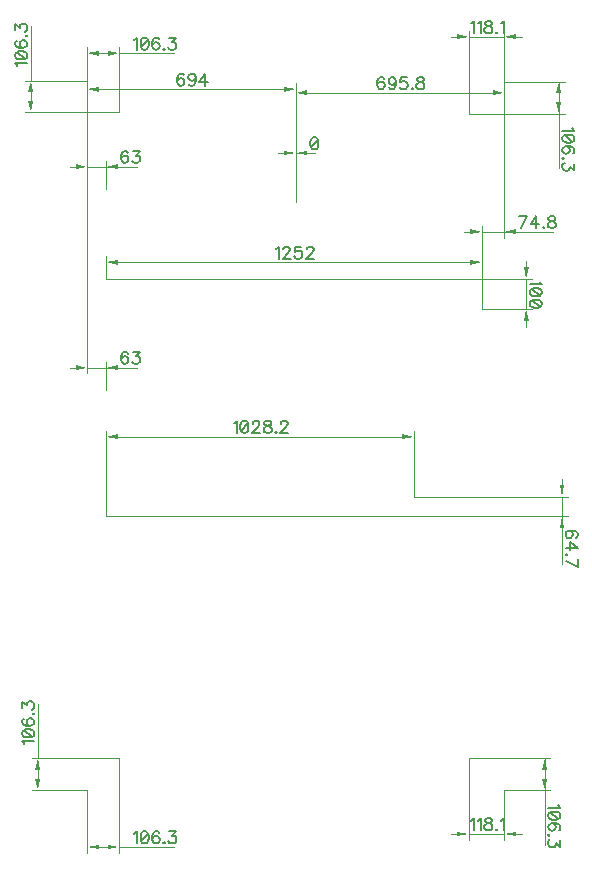
<source format=gbr>
G04 DipTrace 3.0.0.1*
G04 TopDimension.gbr*
%MOIN*%
G04 #@! TF.FileFunction,Drawing,Top*
G04 #@! TF.Part,Single*
%ADD13C,0.0015*%
%ADD89C,0.006176*%
%FSLAX26Y26*%
G04*
G70*
G90*
G75*
G01*
G04 TopDimension*
%LPD*%
X454987Y1307874D2*
D13*
X1995013D1*
X1483202Y1372572D2*
X1995013D1*
X1975328D2*
Y1307874D1*
Y1431628D2*
Y1411942D1*
G36*
Y1372572D2*
X1967454Y1411942D1*
X1983202D1*
X1975328Y1372572D1*
G37*
Y1248819D2*
D13*
Y1268504D1*
G36*
Y1307874D2*
X1983202Y1268504D1*
X1967454D1*
X1975328Y1307874D1*
G37*
Y1147263D2*
D13*
Y1372572D1*
X454987Y1307874D2*
Y1592520D1*
X1483202Y1372572D2*
Y1592520D1*
X969095Y1572835D2*
X494357D1*
G36*
X454987D2*
X494357Y1580709D1*
Y1564961D1*
X454987Y1572835D1*
G37*
X969095D2*
D13*
X1443832D1*
G36*
X1483202D2*
X1443832Y1564961D1*
Y1580709D1*
X1483202Y1572835D1*
G37*
X1087677Y2354725D2*
D13*
Y2738452D1*
X1783465Y2755906D2*
Y2699082D1*
X1435571Y2718767D2*
X1127047D1*
G36*
X1087677D2*
X1127047Y2726641D1*
Y2710893D1*
X1087677Y2718767D1*
G37*
X1435571D2*
D13*
X1744095D1*
G36*
X1783465D2*
X1744095Y2710893D1*
Y2726641D1*
X1783465Y2718767D1*
G37*
X1087677Y2354725D2*
D13*
Y2750394D1*
X393701Y2755906D2*
Y2711024D1*
X740689Y2730709D2*
X1048307D1*
G36*
X1087677D2*
X1048307Y2722835D1*
Y2738583D1*
X1087677Y2730709D1*
G37*
X740689D2*
D13*
X433071D1*
G36*
X393701D2*
X433071Y2738583D1*
Y2722835D1*
X393701Y2730709D1*
G37*
X1087677Y2655381D2*
D13*
Y2498425D1*
Y2354725D2*
Y2537795D1*
Y2518110D2*
D3*
X1028622D2*
X1048307D1*
G36*
X1087677D2*
X1048307Y2510236D1*
Y2525984D1*
X1087677Y2518110D1*
G37*
X1146732D2*
D13*
X1127047D1*
G36*
X1087677D2*
X1127047Y2525984D1*
Y2510236D1*
X1087677Y2518110D1*
G37*
X1153842D2*
D13*
X1087677D1*
X500000Y2653544D2*
Y2870079D1*
X393701Y2755906D2*
Y2870079D1*
X446851Y2850394D2*
X460630D1*
G36*
X500000D2*
X460630Y2842520D1*
Y2858268D1*
X500000Y2850394D1*
G37*
X446851D2*
D13*
X433071D1*
G36*
X393701D2*
X433071Y2858268D1*
Y2842520D1*
X393701Y2850394D1*
G37*
X680656D2*
D13*
X500000D1*
X1665355Y2649607D2*
Y2925197D1*
X1783465Y2755906D2*
Y2925197D1*
X1665355Y2905512D2*
X1783465D1*
X1606299D2*
X1625984D1*
G36*
X1665355D2*
X1625984Y2897638D1*
Y2913386D1*
X1665355Y2905512D1*
G37*
X1842520D2*
D13*
X1822835D1*
G36*
X1783465D2*
X1822835Y2913386D1*
Y2897638D1*
X1783465Y2905512D1*
G37*
X1665355Y500000D2*
D13*
Y228347D1*
X1783465Y393701D2*
Y228347D1*
X1665355Y248032D2*
X1783465D1*
X1606299D2*
X1625984D1*
G36*
X1665355D2*
X1625984Y240158D1*
Y255906D1*
X1665355Y248032D1*
G37*
X1842520D2*
D13*
X1822835D1*
G36*
X1783465D2*
X1822835Y255906D1*
Y240158D1*
X1783465Y248032D1*
G37*
X500000Y500000D2*
D13*
Y185040D1*
X393701Y393701D2*
Y185040D1*
X446851Y204725D2*
X460630D1*
G36*
X500000D2*
X460630Y196851D1*
Y212599D1*
X500000Y204725D1*
G37*
X446851D2*
D13*
X433071D1*
G36*
X393701D2*
X433071Y212599D1*
Y196851D1*
X393701Y204725D1*
G37*
X680656D2*
D13*
X500000D1*
Y500000D2*
X208662D1*
X393701Y393701D2*
X208662D1*
X228347Y446851D2*
Y460630D1*
G36*
Y500000D2*
X236221Y460630D1*
X220473D1*
X228347Y500000D1*
G37*
Y446851D2*
D13*
Y433071D1*
G36*
Y393701D2*
X220473Y433071D1*
X236221D1*
X228347Y393701D1*
G37*
Y680656D2*
D13*
Y500000D1*
X1665355D2*
X1937008D1*
X1783465Y393701D2*
X1937008D1*
X1917323Y446851D2*
Y460630D1*
G36*
Y500000D2*
X1925197Y460630D1*
X1909449D1*
X1917323Y500000D1*
G37*
Y446851D2*
D13*
Y433071D1*
G36*
Y393701D2*
X1909449Y433071D1*
X1925197D1*
X1917323Y393701D1*
G37*
Y213045D2*
D13*
Y500000D1*
X1665355Y2649607D2*
X1984252D1*
X1783465Y2755906D2*
X1984252D1*
X1964567Y2702756D2*
Y2688977D1*
G36*
Y2649607D2*
X1956693Y2688977D1*
X1972441D1*
X1964567Y2649607D1*
G37*
Y2702756D2*
D13*
Y2716536D1*
G36*
Y2755906D2*
X1972441Y2716536D1*
X1956693D1*
X1964567Y2755906D1*
G37*
Y2468951D2*
D13*
Y2755906D1*
X500000Y2653544D2*
X185040D1*
X393701Y2759843D2*
X185040D1*
X204725Y2706693D2*
Y2692914D1*
G36*
Y2653544D2*
X196851Y2692914D1*
X212599D1*
X204725Y2653544D1*
G37*
Y2706693D2*
D13*
Y2720473D1*
G36*
Y2759843D2*
X212599Y2720473D1*
X196851D1*
X204725Y2759843D1*
G37*
Y2940498D2*
D13*
Y2759843D1*
X1708662Y1998819D2*
Y2275591D1*
X1783465Y2755906D2*
Y2236221D1*
X1708662Y2255906D2*
X1783465D1*
X1649607D2*
X1669292D1*
G36*
X1708662D2*
X1669292Y2248032D1*
Y2263780D1*
X1708662Y2255906D1*
G37*
X1842520D2*
D13*
X1822835D1*
G36*
X1783465D2*
X1822835Y2263780D1*
Y2248032D1*
X1783465Y2255906D1*
G37*
X1945977D2*
D13*
X1783465D1*
X456693Y2398819D2*
Y2492126D1*
X393701Y2755906D2*
Y2452756D1*
Y2472441D2*
X456693D1*
X334646D2*
X354331D1*
G36*
X393701D2*
X354331Y2464567D1*
Y2480315D1*
X393701Y2472441D1*
G37*
X515748D2*
D13*
X496063D1*
G36*
X456693D2*
X496063Y2480315D1*
Y2464567D1*
X456693Y2472441D1*
G37*
X560058D2*
D13*
X456693D1*
Y1728347D2*
Y1822835D1*
X393701Y2755906D2*
Y1783465D1*
Y1803150D2*
X456693D1*
X334646D2*
X354331D1*
G36*
X393701D2*
X354331Y1795276D1*
Y1811024D1*
X393701Y1803150D1*
G37*
X515748D2*
D13*
X496063D1*
G36*
X456693D2*
X496063Y1811024D1*
Y1795276D1*
X456693Y1803150D1*
G37*
X560058D2*
D13*
X456693D1*
X1708662Y1998819D2*
X1875984D1*
X456693Y2098819D2*
X1875984D1*
X1856299D2*
Y1998819D1*
Y2157874D2*
Y2138189D1*
G36*
Y2098819D2*
X1848425Y2138189D1*
X1864173D1*
X1856299Y2098819D1*
G37*
Y1939764D2*
D13*
Y1959449D1*
G36*
Y1998819D2*
X1864173Y1959449D1*
X1848425D1*
X1856299Y1998819D1*
G37*
X1708662D2*
D13*
Y2173622D1*
X456693Y2098819D2*
Y2173622D1*
X1082677Y2153937D2*
X1669292D1*
G36*
X1708662D2*
X1669292Y2146063D1*
Y2161811D1*
X1708662Y2153937D1*
G37*
X1082677D2*
D13*
X496063D1*
G36*
X456693D2*
X496063Y2161811D1*
Y2146063D1*
X456693Y2153937D1*
G37*
X2021983Y1236293D2*
D89*
X2025786Y1238194D1*
X2027687Y1243942D1*
Y1247745D1*
X2025786Y1253493D1*
X2020038Y1257339D1*
X2010487Y1259241D1*
X2000936D1*
X1993287Y1257339D1*
X1989440Y1253493D1*
X1987539Y1247745D1*
Y1245843D1*
X1989440Y1240139D1*
X1993287Y1236293D1*
X1999035Y1234391D1*
X2000936D1*
X2006684Y1236293D1*
X2010487Y1240139D1*
X2012388Y1245843D1*
Y1247745D1*
X2010487Y1253493D1*
X2006684Y1257339D1*
X2000936Y1259241D1*
X1987539Y1202895D2*
X2027687D1*
X2000936Y1222040D1*
Y1193344D1*
X1991386Y1179091D2*
X1989440Y1180993D1*
X1987539Y1179091D1*
X1989440Y1177146D1*
X1991386Y1179091D1*
X1987539Y1157145D2*
X2027687Y1138000D1*
Y1164795D1*
X881016Y1617544D2*
X884863Y1619490D1*
X890611Y1625193D1*
Y1585046D1*
X914458Y1625193D2*
X908710Y1623292D1*
X904864Y1617544D1*
X902962Y1607994D1*
Y1602245D1*
X904864Y1592695D1*
X908710Y1586947D1*
X914458Y1585046D1*
X918261D1*
X924009Y1586947D1*
X927811Y1592695D1*
X929757Y1602245D1*
Y1607994D1*
X927811Y1617544D1*
X924009Y1623292D1*
X918261Y1625193D1*
X914458D1*
X927811Y1617544D2*
X904864Y1592695D1*
X944054Y1615643D2*
Y1617544D1*
X945955Y1621391D1*
X947856Y1623292D1*
X951703Y1625193D1*
X959352D1*
X963155Y1623292D1*
X965056Y1621391D1*
X967002Y1617544D1*
Y1613742D1*
X965056Y1609895D1*
X961254Y1604191D1*
X942108Y1585046D1*
X968903D1*
X990805Y1625193D2*
X985101Y1623292D1*
X983156Y1619490D1*
Y1615643D1*
X985101Y1611840D1*
X988904Y1609895D1*
X996553Y1607994D1*
X1002301Y1606092D1*
X1006104Y1602245D1*
X1008005Y1598443D1*
Y1592695D1*
X1006104Y1588892D1*
X1004202Y1586947D1*
X998454Y1585046D1*
X990805D1*
X985101Y1586947D1*
X983156Y1588892D1*
X981254Y1592695D1*
Y1598443D1*
X983156Y1602245D1*
X987002Y1606092D1*
X992706Y1607994D1*
X1000356Y1609895D1*
X1004202Y1611840D1*
X1006104Y1615643D1*
Y1619490D1*
X1004202Y1623292D1*
X998454Y1625193D1*
X990805D1*
X1022257Y1588892D2*
X1020356Y1586947D1*
X1022257Y1585046D1*
X1024203Y1586947D1*
X1022257Y1588892D1*
X1038500Y1615643D2*
Y1617544D1*
X1040401Y1621391D1*
X1042302Y1623292D1*
X1046149Y1625193D1*
X1053798D1*
X1057601Y1623292D1*
X1059502Y1621391D1*
X1061448Y1617544D1*
Y1613742D1*
X1059502Y1609895D1*
X1055700Y1604191D1*
X1036554Y1585046D1*
X1063349D1*
X1383337Y2765421D2*
X1381436Y2769224D1*
X1375688Y2771125D1*
X1371885D1*
X1366137Y2769224D1*
X1362290Y2763476D1*
X1360389Y2753925D1*
Y2744375D1*
X1362290Y2736725D1*
X1366137Y2732879D1*
X1371885Y2730977D1*
X1373786D1*
X1379490Y2732879D1*
X1383337Y2736725D1*
X1385238Y2742473D1*
Y2744375D1*
X1383337Y2750123D1*
X1379490Y2753925D1*
X1373786Y2755827D1*
X1371885D1*
X1366137Y2753925D1*
X1362290Y2750123D1*
X1360389Y2744375D1*
X1422483Y2757772D2*
X1420537Y2752024D1*
X1416735Y2748177D1*
X1410987Y2746276D1*
X1409086D1*
X1403338Y2748177D1*
X1399535Y2752024D1*
X1397589Y2757772D1*
Y2759673D1*
X1399535Y2765421D1*
X1403338Y2769224D1*
X1409086Y2771125D1*
X1410987D1*
X1416735Y2769224D1*
X1420537Y2765421D1*
X1422483Y2757772D1*
Y2748177D1*
X1420537Y2738627D1*
X1416735Y2732879D1*
X1410987Y2730977D1*
X1407184D1*
X1401436Y2732879D1*
X1399535Y2736725D1*
X1457782Y2771125D2*
X1438681D1*
X1436780Y2753925D1*
X1438681Y2755827D1*
X1444429Y2757772D1*
X1450133D1*
X1455881Y2755827D1*
X1459728Y2752024D1*
X1461629Y2746276D1*
Y2742473D1*
X1459728Y2736725D1*
X1455881Y2732879D1*
X1450133Y2730977D1*
X1444429D1*
X1438681Y2732879D1*
X1436780Y2734824D1*
X1434834Y2738627D1*
X1475882Y2734824D2*
X1473980Y2732879D1*
X1475882Y2730977D1*
X1477827Y2732879D1*
X1475882Y2734824D1*
X1499729Y2771125D2*
X1494025Y2769224D1*
X1492080Y2765421D1*
Y2761575D1*
X1494025Y2757772D1*
X1497828Y2755827D1*
X1505477Y2753925D1*
X1511225Y2752024D1*
X1515028Y2748177D1*
X1516929Y2744375D1*
Y2738627D1*
X1515028Y2734824D1*
X1513126Y2732879D1*
X1507378Y2730977D1*
X1499729D1*
X1494025Y2732879D1*
X1492080Y2734824D1*
X1490179Y2738627D1*
Y2744375D1*
X1492080Y2748177D1*
X1495927Y2752024D1*
X1501630Y2753925D1*
X1509280Y2755827D1*
X1513126Y2757772D1*
X1515028Y2761575D1*
Y2765421D1*
X1513126Y2769224D1*
X1507378Y2771125D1*
X1499729D1*
X715154Y2777364D2*
X713253Y2781166D1*
X707505Y2783067D1*
X703702D1*
X697954Y2781166D1*
X694108Y2775418D1*
X692206Y2765868D1*
Y2756317D1*
X694108Y2748668D1*
X697954Y2744821D1*
X703702Y2742920D1*
X705604D1*
X711308Y2744821D1*
X715154Y2748668D1*
X717056Y2754416D1*
Y2756317D1*
X715154Y2762065D1*
X711308Y2765868D1*
X705604Y2767769D1*
X703702D1*
X697954Y2765868D1*
X694108Y2762065D1*
X692206Y2756317D1*
X754300Y2769714D2*
X752355Y2763966D1*
X748552Y2760120D1*
X742804Y2758218D1*
X740903D1*
X735155Y2760120D1*
X731352Y2763966D1*
X729407Y2769714D1*
Y2771616D1*
X731352Y2777364D1*
X735155Y2781166D1*
X740903Y2783067D1*
X742804D1*
X748552Y2781166D1*
X752355Y2777364D1*
X754300Y2769714D1*
Y2760120D1*
X752355Y2750569D1*
X748552Y2744821D1*
X742804Y2742920D1*
X739002D1*
X733254Y2744821D1*
X731352Y2748668D1*
X785797Y2742920D2*
Y2783067D1*
X766652Y2756317D1*
X795348D1*
X1147807Y2570469D2*
X1142059Y2568568D1*
X1138212Y2562820D1*
X1136311Y2553269D1*
Y2547521D1*
X1138212Y2537971D1*
X1142059Y2532222D1*
X1147807Y2530321D1*
X1151610D1*
X1157358Y2532222D1*
X1161160Y2537971D1*
X1163106Y2547521D1*
Y2553269D1*
X1161160Y2562820D1*
X1157358Y2568568D1*
X1151610Y2570469D1*
X1147807D1*
X1161160Y2562820D2*
X1138212Y2537971D1*
X548634Y2895103D2*
X552481Y2897049D1*
X558229Y2902752D1*
Y2862605D1*
X582076Y2902752D2*
X576328Y2900851D1*
X572481Y2895103D1*
X570580Y2885553D1*
Y2879805D1*
X572481Y2870254D1*
X576328Y2864506D1*
X582076Y2862605D1*
X585879D1*
X591627Y2864506D1*
X595429Y2870254D1*
X597375Y2879805D1*
Y2885553D1*
X595429Y2895103D1*
X591627Y2900851D1*
X585879Y2902752D1*
X582076D1*
X595429Y2895103D2*
X572481Y2870254D1*
X632674Y2897049D2*
X630773Y2900851D1*
X625025Y2902752D1*
X621222D1*
X615474Y2900851D1*
X611627Y2895103D1*
X609726Y2885553D1*
Y2876002D1*
X611627Y2868353D1*
X615474Y2864506D1*
X621222Y2862605D1*
X623123D1*
X628827Y2864506D1*
X632674Y2868353D1*
X634575Y2874101D1*
Y2876002D1*
X632674Y2881750D1*
X628827Y2885553D1*
X623123Y2887454D1*
X621222D1*
X615474Y2885553D1*
X611627Y2881750D1*
X609726Y2876002D1*
X648828Y2866451D2*
X646927Y2864506D1*
X648828Y2862605D1*
X650773Y2864506D1*
X648828Y2866451D1*
X666972Y2902752D2*
X687974D1*
X676522Y2887454D1*
X682270D1*
X686073Y2885553D1*
X687974Y2883651D1*
X689920Y2877903D1*
Y2874101D1*
X687974Y2868353D1*
X684171Y2864506D1*
X678423Y2862605D1*
X672675D1*
X666972Y2864506D1*
X665070Y2866451D1*
X663125Y2870254D1*
X1673104Y2950221D2*
X1676951Y2952167D1*
X1682699Y2957871D1*
Y2917723D1*
X1695050Y2950221D2*
X1698897Y2952167D1*
X1704645Y2957871D1*
Y2917723D1*
X1726547Y2957871D2*
X1720843Y2955969D1*
X1718898Y2952167D1*
Y2948320D1*
X1720843Y2944517D1*
X1724646Y2942572D1*
X1732295Y2940671D1*
X1738043Y2938769D1*
X1741845Y2934923D1*
X1743747Y2931120D1*
Y2925372D1*
X1741845Y2921570D1*
X1739944Y2919624D1*
X1734196Y2917723D1*
X1726547D1*
X1720843Y2919624D1*
X1718898Y2921570D1*
X1716996Y2925372D1*
Y2931120D1*
X1718898Y2934923D1*
X1722744Y2938769D1*
X1728448Y2940671D1*
X1736097Y2942572D1*
X1739944Y2944517D1*
X1741845Y2948320D1*
Y2952167D1*
X1739944Y2955969D1*
X1734196Y2957871D1*
X1726547D1*
X1757999Y2921570D2*
X1756098Y2919624D1*
X1757999Y2917723D1*
X1759945Y2919624D1*
X1757999Y2921570D1*
X1772296Y2950221D2*
X1776143Y2952167D1*
X1781891Y2957871D1*
Y2917723D1*
X1673104Y292741D2*
X1676951Y294686D1*
X1682699Y300390D1*
Y260242D1*
X1695050Y292741D2*
X1698897Y294686D1*
X1704645Y300390D1*
Y260242D1*
X1726547Y300390D2*
X1720843Y298489D1*
X1718898Y294686D1*
Y290840D1*
X1720843Y287037D1*
X1724646Y285092D1*
X1732295Y283190D1*
X1738043Y281289D1*
X1741845Y277442D1*
X1743747Y273640D1*
Y267892D1*
X1741845Y264089D1*
X1739944Y262144D1*
X1734196Y260242D1*
X1726547D1*
X1720843Y262144D1*
X1718898Y264089D1*
X1716996Y267892D1*
Y273640D1*
X1718898Y277442D1*
X1722744Y281289D1*
X1728448Y283190D1*
X1736097Y285092D1*
X1739944Y287037D1*
X1741845Y290840D1*
Y294686D1*
X1739944Y298489D1*
X1734196Y300390D1*
X1726547D1*
X1757999Y264089D2*
X1756098Y262144D1*
X1757999Y260242D1*
X1759945Y262144D1*
X1757999Y264089D1*
X1772296Y292741D2*
X1776143Y294686D1*
X1781891Y300390D1*
Y260242D1*
X548634Y249434D2*
X552481Y251379D1*
X558229Y257083D1*
Y216935D1*
X582076Y257083D2*
X576328Y255182D1*
X572481Y249434D1*
X570580Y239883D1*
Y234135D1*
X572481Y224585D1*
X576328Y218837D1*
X582076Y216935D1*
X585879D1*
X591627Y218837D1*
X595429Y224585D1*
X597375Y234135D1*
Y239883D1*
X595429Y249434D1*
X591627Y255182D1*
X585879Y257083D1*
X582076D1*
X595429Y249434D2*
X572481Y224585D1*
X632674Y251379D2*
X630773Y255182D1*
X625025Y257083D1*
X621222D1*
X615474Y255182D1*
X611627Y249434D1*
X609726Y239883D1*
Y230333D1*
X611627Y222683D1*
X615474Y218837D1*
X621222Y216935D1*
X623123D1*
X628827Y218837D1*
X632674Y222683D1*
X634575Y228431D1*
Y230333D1*
X632674Y236081D1*
X628827Y239883D1*
X623123Y241785D1*
X621222D1*
X615474Y239883D1*
X611627Y236081D1*
X609726Y230333D1*
X648828Y220782D2*
X646927Y218837D1*
X648828Y216935D1*
X650773Y218837D1*
X648828Y220782D1*
X666972Y257083D2*
X687974D1*
X676522Y241785D1*
X682270D1*
X686073Y239883D1*
X687974Y237982D1*
X689920Y232234D1*
Y228431D1*
X687974Y222683D1*
X684171Y218837D1*
X678423Y216935D1*
X672675D1*
X666972Y218837D1*
X665070Y220782D1*
X663125Y224585D1*
X183637Y548634D2*
X181692Y552481D1*
X175988Y558229D1*
X216136D1*
X175988Y582076D2*
X177889Y576328D1*
X183637Y572481D1*
X193188Y570580D1*
X198936D1*
X208487Y572481D1*
X214235Y576328D1*
X216136Y582076D1*
Y585879D1*
X214235Y591627D1*
X208487Y595429D1*
X198936Y597375D1*
X193188D1*
X183637Y595429D1*
X177889Y591627D1*
X175988Y585879D1*
Y582076D1*
X183637Y595429D2*
X208487Y572481D1*
X181692Y632674D2*
X177889Y630773D1*
X175988Y625025D1*
Y621222D1*
X177889Y615474D1*
X183637Y611627D1*
X193188Y609726D1*
X202739D1*
X210388Y611627D1*
X214235Y615474D1*
X216136Y621222D1*
Y623123D1*
X214235Y628827D1*
X210388Y632674D1*
X204640Y634575D1*
X202739D1*
X196991Y632674D1*
X193188Y628827D1*
X191287Y623123D1*
Y621222D1*
X193188Y615474D1*
X196991Y611627D1*
X202739Y609726D1*
X212289Y648828D2*
X214235Y646927D1*
X216136Y648828D1*
X214235Y650773D1*
X212289Y648828D1*
X175988Y666972D2*
Y687974D1*
X191287Y676522D1*
Y682270D1*
X193188Y686073D1*
X195089Y687974D1*
X200837Y689920D1*
X204640D1*
X210388Y687974D1*
X214235Y684171D1*
X216136Y678423D1*
Y672675D1*
X214235Y666972D1*
X212289Y665070D1*
X208487Y663125D1*
X1962032Y345067D2*
X1963978Y341221D1*
X1969682Y335473D1*
X1929534D1*
X1969682Y311625D2*
X1967780Y317373D1*
X1962032Y321220D1*
X1952482Y323121D1*
X1946734D1*
X1937183Y321220D1*
X1931435Y317373D1*
X1929534Y311625D1*
Y307823D1*
X1931435Y302075D1*
X1937183Y298272D1*
X1946734Y296327D1*
X1952482D1*
X1962032Y298272D1*
X1967780Y302075D1*
X1969682Y307823D1*
Y311625D1*
X1962032Y298272D2*
X1937183Y321220D1*
X1963978Y261027D2*
X1967780Y262928D1*
X1969682Y268677D1*
Y272479D1*
X1967780Y278227D1*
X1962032Y282074D1*
X1952482Y283975D1*
X1942931D1*
X1935282Y282074D1*
X1931435Y278227D1*
X1929534Y272479D1*
Y270578D1*
X1931435Y264874D1*
X1935282Y261027D1*
X1941030Y259126D1*
X1942931D1*
X1948679Y261027D1*
X1952482Y264874D1*
X1954383Y270578D1*
Y272479D1*
X1952482Y278227D1*
X1948679Y282074D1*
X1942931Y283975D1*
X1933381Y244873D2*
X1931435Y246775D1*
X1929534Y244873D1*
X1931435Y242928D1*
X1933381Y244873D1*
X1969682Y226730D2*
Y205727D1*
X1954383Y217179D1*
Y211431D1*
X1952482Y207628D1*
X1950580Y205727D1*
X1944832Y203782D1*
X1941030D1*
X1935282Y205727D1*
X1931435Y209530D1*
X1929534Y215278D1*
Y221026D1*
X1931435Y226730D1*
X1933381Y228631D1*
X1937183Y230576D1*
X2009276Y2600973D2*
X2011222Y2597126D1*
X2016926Y2591378D1*
X1976778D1*
X2016926Y2567531D2*
X2015024Y2573279D1*
X2009276Y2577125D1*
X1999726Y2579027D1*
X1993978D1*
X1984427Y2577125D1*
X1978679Y2573279D1*
X1976778Y2567531D1*
Y2563728D1*
X1978679Y2557980D1*
X1984427Y2554178D1*
X1993978Y2552232D1*
X1999726D1*
X2009276Y2554178D1*
X2015024Y2557980D1*
X2016926Y2563728D1*
Y2567531D1*
X2009276Y2554178D2*
X1984427Y2577125D1*
X2011222Y2516933D2*
X2015024Y2518834D1*
X2016926Y2524582D1*
Y2528385D1*
X2015024Y2534133D1*
X2009276Y2537979D1*
X1999726Y2539881D1*
X1990175D1*
X1982526Y2537979D1*
X1978679Y2534133D1*
X1976778Y2528385D1*
Y2526483D1*
X1978679Y2520779D1*
X1982526Y2516933D1*
X1988274Y2515031D1*
X1990175D1*
X1995923Y2516933D1*
X1999726Y2520779D1*
X2001627Y2526483D1*
Y2528385D1*
X1999726Y2534133D1*
X1995923Y2537979D1*
X1990175Y2539881D1*
X1980625Y2500779D2*
X1978679Y2502680D1*
X1976778Y2500779D1*
X1978679Y2498833D1*
X1980625Y2500779D1*
X2016926Y2482635D2*
Y2461633D1*
X2001627Y2473085D1*
Y2467337D1*
X1999726Y2463534D1*
X1997825Y2461633D1*
X1992077Y2459687D1*
X1988274D1*
X1982526Y2461633D1*
X1978679Y2465435D1*
X1976778Y2471183D1*
Y2476931D1*
X1978679Y2482635D1*
X1980625Y2484536D1*
X1984427Y2486482D1*
X160015Y2808476D2*
X158070Y2812323D1*
X152366Y2818071D1*
X192514D1*
X152366Y2841919D2*
X154267Y2836171D1*
X160015Y2832324D1*
X169566Y2830423D1*
X175314D1*
X184865Y2832324D1*
X190613Y2836171D1*
X192514Y2841919D1*
Y2845721D1*
X190613Y2851469D1*
X184865Y2855272D1*
X175314Y2857217D1*
X169566D1*
X160015Y2855272D1*
X154267Y2851469D1*
X152366Y2845721D1*
Y2841919D1*
X160015Y2855272D2*
X184865Y2832324D1*
X158070Y2892517D2*
X154267Y2890615D1*
X152366Y2884867D1*
Y2881065D1*
X154267Y2875317D1*
X160015Y2871470D1*
X169566Y2869569D1*
X179117D1*
X186766Y2871470D1*
X190613Y2875317D1*
X192514Y2881065D1*
Y2882966D1*
X190613Y2888670D1*
X186766Y2892517D1*
X181018Y2894418D1*
X179117D1*
X173368Y2892517D1*
X169566Y2888670D1*
X167665Y2882966D1*
Y2881065D1*
X169566Y2875317D1*
X173368Y2871470D1*
X179117Y2869569D1*
X188667Y2908670D2*
X190613Y2906769D1*
X192514Y2908670D1*
X190613Y2910616D1*
X188667Y2908670D1*
X152366Y2926814D2*
Y2947817D1*
X167665Y2936365D1*
Y2942113D1*
X169566Y2945915D1*
X171467Y2947817D1*
X177215Y2949762D1*
X181018D1*
X186766Y2947817D1*
X190613Y2944014D1*
X192514Y2938266D1*
Y2932518D1*
X190613Y2926814D1*
X188667Y2924913D1*
X184865Y2922967D1*
X1839748Y2268116D2*
X1858893Y2308264D1*
X1832098D1*
X1890390Y2268116D2*
Y2308264D1*
X1871244Y2281514D1*
X1899940D1*
X1914193Y2271963D2*
X1912292Y2270018D1*
X1914193Y2268116D1*
X1916139Y2270018D1*
X1914193Y2271963D1*
X1938041Y2308264D2*
X1932337Y2306363D1*
X1930391Y2302560D1*
Y2298714D1*
X1932337Y2294911D1*
X1936139Y2292966D1*
X1943789Y2291064D1*
X1949537Y2289163D1*
X1953339Y2285316D1*
X1955240Y2281514D1*
Y2275766D1*
X1953339Y2271963D1*
X1951438Y2270018D1*
X1945690Y2268116D1*
X1938041D1*
X1932337Y2270018D1*
X1930391Y2271963D1*
X1928490Y2275766D1*
Y2281514D1*
X1930391Y2285316D1*
X1934238Y2289163D1*
X1939942Y2291064D1*
X1947591Y2292966D1*
X1951438Y2294911D1*
X1953339Y2298714D1*
Y2302560D1*
X1951438Y2306363D1*
X1945690Y2308264D1*
X1938041D1*
X528275Y2519096D2*
X526373Y2522898D1*
X520625Y2524800D1*
X516823D1*
X511075Y2522898D1*
X507228Y2517150D1*
X505327Y2507600D1*
Y2498049D1*
X507228Y2490400D1*
X511075Y2486553D1*
X516823Y2484652D1*
X518724D1*
X524428Y2486553D1*
X528275Y2490400D1*
X530176Y2496148D1*
Y2498049D1*
X528275Y2503797D1*
X524428Y2507600D1*
X518724Y2509501D1*
X516823D1*
X511075Y2507600D1*
X507228Y2503797D1*
X505327Y2498049D1*
X546374Y2524800D2*
X567377D1*
X555925Y2509501D1*
X561673D1*
X565475Y2507600D1*
X567377Y2505699D1*
X569322Y2499951D1*
Y2496148D1*
X567377Y2490400D1*
X563574Y2486553D1*
X557826Y2484652D1*
X552078D1*
X546374Y2486553D1*
X544473Y2488499D1*
X542527Y2492301D1*
X528275Y1849805D2*
X526373Y1853607D1*
X520625Y1855508D1*
X516823D1*
X511075Y1853607D1*
X507228Y1847859D1*
X505327Y1838308D1*
Y1828758D1*
X507228Y1821109D1*
X511075Y1817262D1*
X516823Y1815361D1*
X518724D1*
X524428Y1817262D1*
X528275Y1821109D1*
X530176Y1826857D1*
Y1828758D1*
X528275Y1834506D1*
X524428Y1838308D1*
X518724Y1840210D1*
X516823D1*
X511075Y1838308D1*
X507228Y1834506D1*
X505327Y1828758D1*
X546374Y1855508D2*
X567377D1*
X555925Y1840210D1*
X561673D1*
X565475Y1838308D1*
X567377Y1836407D1*
X569322Y1830659D1*
Y1826857D1*
X567377Y1821109D1*
X563574Y1817262D1*
X557826Y1815361D1*
X552078D1*
X546374Y1817262D1*
X544473Y1819207D1*
X542527Y1823010D1*
X1901009Y2089675D2*
X1902954Y2085828D1*
X1908658Y2080080D1*
X1868510D1*
X1908658Y2056232D2*
X1906757Y2061981D1*
X1901009Y2065827D1*
X1891458Y2067729D1*
X1885710D1*
X1876159Y2065827D1*
X1870411Y2061981D1*
X1868510Y2056232D1*
Y2052430D1*
X1870411Y2046682D1*
X1876159Y2042879D1*
X1885710Y2040934D1*
X1891458D1*
X1901009Y2042879D1*
X1906757Y2046682D1*
X1908658Y2052430D1*
Y2056232D1*
X1901009Y2042879D2*
X1876159Y2065827D1*
X1908658Y2017086D2*
X1906757Y2022834D1*
X1901009Y2026681D1*
X1891458Y2028582D1*
X1885710D1*
X1876159Y2026681D1*
X1870411Y2022834D1*
X1868510Y2017086D1*
Y2013284D1*
X1870411Y2007536D1*
X1876159Y2003733D1*
X1885710Y2001788D1*
X1891458D1*
X1901009Y2003733D1*
X1906757Y2007536D1*
X1908658Y2013284D1*
Y2017086D1*
X1901009Y2003733D2*
X1876159Y2026681D1*
X1022249Y2198646D2*
X1026095Y2200592D1*
X1031844Y2206296D1*
Y2166148D1*
X1046140Y2196745D2*
Y2198646D1*
X1048042Y2202493D1*
X1049943Y2204394D1*
X1053790Y2206296D1*
X1061439D1*
X1065242Y2204394D1*
X1067143Y2202493D1*
X1069088Y2198646D1*
Y2194844D1*
X1067143Y2190997D1*
X1063340Y2185293D1*
X1044195Y2166148D1*
X1070990D1*
X1106289Y2206296D2*
X1087188D1*
X1085286Y2189096D1*
X1087188Y2190997D1*
X1092936Y2192943D1*
X1098640D1*
X1104388Y2190997D1*
X1108234Y2187195D1*
X1110136Y2181447D1*
Y2177644D1*
X1108234Y2171896D1*
X1104388Y2168049D1*
X1098640Y2166148D1*
X1092936D1*
X1087188Y2168049D1*
X1085286Y2169995D1*
X1083341Y2173797D1*
X1124433Y2196745D2*
Y2198646D1*
X1126334Y2202493D1*
X1128235Y2204394D1*
X1132082Y2206296D1*
X1139731D1*
X1143534Y2204394D1*
X1145435Y2202493D1*
X1147380Y2198646D1*
Y2194844D1*
X1145435Y2190997D1*
X1141632Y2185293D1*
X1122487Y2166148D1*
X1149282D1*
M02*

</source>
